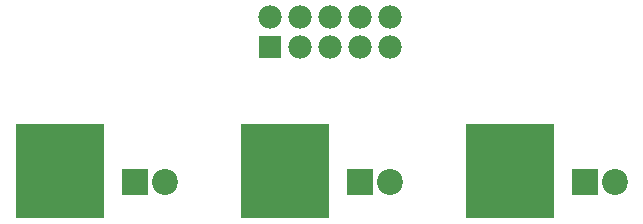
<source format=gbr>
G04 #@! TF.FileFunction,Soldermask,Top*
%FSLAX46Y46*%
G04 Gerber Fmt 4.6, Leading zero omitted, Abs format (unit mm)*
G04 Created by KiCad (PCBNEW 4.0.5) date 02/09/17 20:40:09*
%MOMM*%
%LPD*%
G01*
G04 APERTURE LIST*
%ADD10C,0.100000*%
%ADD11R,2.200000X2.200000*%
%ADD12C,2.200000*%
%ADD13R,7.512000X8.020000*%
%ADD14R,1.974800X1.974800*%
%ADD15C,1.974800*%
G04 APERTURE END LIST*
D10*
D11*
X120650000Y-97790000D03*
D12*
X123190000Y-97790000D03*
D11*
X139700000Y-97790000D03*
D12*
X142240000Y-97790000D03*
D11*
X158750000Y-97790000D03*
D12*
X161290000Y-97790000D03*
D13*
X114300000Y-96901000D03*
X133350000Y-96901000D03*
X152400000Y-96901000D03*
D14*
X132080000Y-86360000D03*
D15*
X132080000Y-83820000D03*
X134620000Y-86360000D03*
X134620000Y-83820000D03*
X137160000Y-86360000D03*
X137160000Y-83820000D03*
X139700000Y-86360000D03*
X139700000Y-83820000D03*
X142240000Y-86360000D03*
X142240000Y-83820000D03*
M02*

</source>
